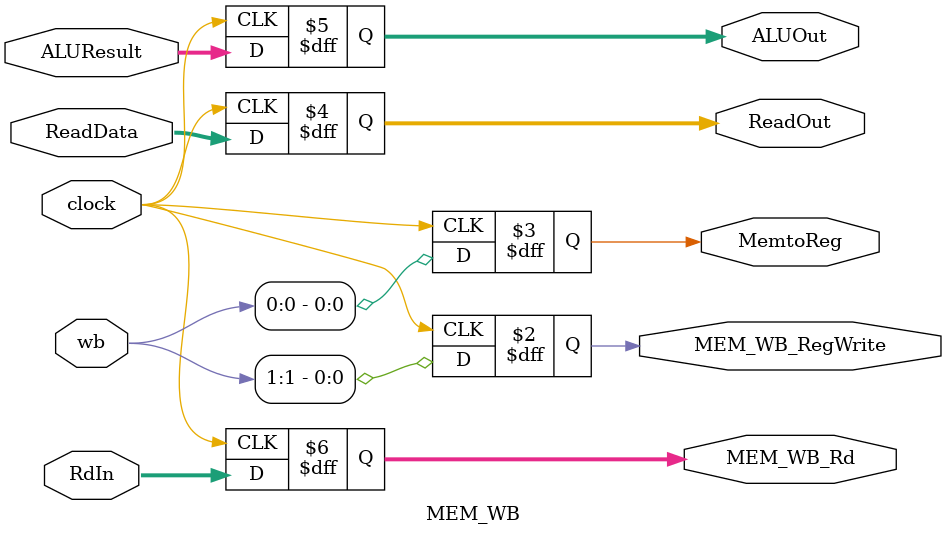
<source format=v>
`timescale 1ns / 1ps

module InstMem(
    input [31:0] PC,
    output [31:0] inst
    );

    reg [31:0] memory[0:31]; //Registers is a 32 bits array
    assign inst = memory[PC[6:2]];
    
    initial begin
        memory[0] = 32'b00100000000010000000000000100000; //addi $t0, $zero, 0x20
        memory[1] = 32'b00100000000010010000000000110111; //addi $t1, $zero, 0x37
        memory[2] = 32'b00000001000010011000000000100100; //and $s0, $t0, $t1
        memory[3] = 32'b00000001000010011000000000100101; //or $s0, $t0, $t1
        memory[4] = 32'b10101100000100000000000000000100; //sw $s0, 4($zero)
        memory[5] = 32'b10101100000010000000000000001000; //sw $t0, 8($zero)
        memory[6] = 32'b00000001000010011000100000100000; //add $s1, $t0, $t1
        memory[7] = 32'b00000001000010011001000000100010; //sub $s2, $t0, $t1
        memory[8] = 32'b00010010001100100000000000001001; //beq $s1, $s2, error0
        memory[9] = 32'b10001100000100010000000000000100; //lw $s1, 4($zero)
        memory[10]= 32'b00110010001100100000000001001000; //andi $s2, $s1, 0x48
        memory[11] =32'b00010010001100100000000000001001; //beq $s1, $s2, error1
        memory[12] =32'b10001100000100110000000000001000; //lw $s3, 8($zero)
        memory[13] =32'b00010010000100110000000000001010; //beq $s0, $s3, error2
        memory[14] =32'b00000010010100011010000000101010; //slt $s4, $s2, $s1 (Last)
        memory[15] =32'b00010010100000000000000000001111; //beq $s4, $0, EXIT
        memory[16] =32'b00000010001000001001000000100000; //add $s2, $s1, $0
        memory[17] =32'b00001000000000000000000000001110; //j Last
        memory[18] =32'b00100000000010000000000000000000; //addi $t0, $0, 0(error0)
        memory[19] =32'b00100000000010010000000000000000; //addi $t1, $0, 0
        memory[20] =32'b00001000000000000000000000011111; //j EXIT
        memory[21] =32'b00100000000010000000000000000001; //addi $t0, $0, 1(error1)
        memory[22] =32'b00100000000010010000000000000001; //addi $t1, $0, 1
        memory[23] =32'b00001000000000000000000000011111; //j EXIT
        memory[24] =32'b00100000000010000000000000000010; //addi $t0, $0, 2(error2)
        memory[25] =32'b00100000000010010000000000000010; //addi $t1, $0, 2
        memory[26] =32'b00001000000000000000000000011111; //j EXIT
        memory[27] =32'b00100000000010000000000000000011; //addi $t0, $0, 3(error3)
        memory[28] =32'b00100000000010010000000000000011; //addi $t1, $0, 3
        memory[29] =32'b00001000000000000000000000011111; //j EXIT
        memory[30] =32'b0;
        memory[31] =32'b0;
    end

endmodule


module IF_ID(
    input clock, IF_IDwrite, IF_flush,
    input [31:0] PCin, instruction,
    output reg [31:0] PCout,
    output wire [25:0] raJump,
    output wire [3:0] PC4,
    output wire [5:0] ControlIn,
    output wire [4:0] IF_ID_Rs, IF_ID_Rt, IF_ID_Rd,
    output wire [15:0] Immi
    );

    reg [31:0] IF_ID_Reg, PC_Reg; //assign PCout = PC_Reg;
    assign raJump = IF_ID_Reg[25:0];
    assign PC4 = PCout[31:28];
    assign ControlIn = IF_ID_Reg[31:26];
    assign IF_ID_Rs = IF_ID_Reg[25:21];
    assign IF_ID_Rt = IF_ID_Reg[20:16];
    assign IF_ID_Rd = IF_ID_Reg[15:11];
    assign Immi = IF_ID_Reg[15:0];

    always @ (posedge clock) begin
        if (IF_IDwrite) begin
            PCout <= PCin;
            IF_ID_Reg <= instruction;
            if (IF_flush == 1) begin
                IF_ID_Reg <= 32'b0;
                PCout <= 32'b0;
            end/*
            else begin
                PCout <= PCin;
                IF_ID_Reg <= instruction;
            end*/
        end
    end

endmodule


module PCReg(
    input clock, rst, PCWrite,
    input [31:0] PCin,
    output wire [31:0] PCout
    );
    reg [31:0] newPC;
    assign PCout = newPC;

    always @(posedge rst) begin
        newPC = 32'b0;
    end
  
    always @(posedge clock) begin
        if (PCWrite) newPC = PCin;
    end
endmodule


module RegFile(
    input clock, RegWrite,
    input [31:0] WriteData, PCaddress, 
    input [4:0] ReadReg1, ReadReg2, WriteReg,
    output wire [31:0] ReadData1, ReadData2
    //output reg [31:0] Registers [0:31]
    );

    reg [31:0] Registers [0:31]; //Registers is a 32 bits array
    assign ReadData1 = Registers[ReadReg1];
    assign ReadData2 = Registers[ReadReg2];

    initial begin  // initialize registers to 0.
        Registers[0] = 32'b0; 
        Registers[1] = 32'b0; Registers[2] = 32'b0; Registers[3] = 32'b0;
        Registers[4] = 32'b0; Registers[5] = 32'b0; Registers[6] = 32'b0;
        Registers[7] = 32'b0; Registers[8] = 32'b0; Registers[9] = 32'b0;
        Registers[10] = 32'b0;
        Registers[11] = 32'b0; Registers[12] = 32'b0; Registers[13] = 32'b0;
        Registers[14] = 32'b0; Registers[15] = 32'b0; Registers[16] = 32'b0;
        Registers[17] = 32'b0; Registers[18] = 32'b0; Registers[19] = 32'b0;
        Registers[20] = 32'b0;
        Registers[21] = 32'b0; Registers[22] = 32'b0; Registers[23] = 32'b0;
        Registers[24] = 32'b0; Registers[25] = 32'b0; Registers[26] = 32'b0;
        Registers[27] = 32'b0; Registers[28] = 32'b0; Registers[29] = 32'b0;
        Registers[30] = 32'b0; Registers[31] = 32'b0;

    end
    
    always @ (posedge clock) begin
        Registers[31] <= PCaddress;
        if (RegWrite == 1)
            Registers[WriteReg] <= WriteData;
    end
    
endmodule


module ID_EX(
    input clock,
    input [7:0] IdEx_Control,
    input [31:0] ReadIn1, ReadIn2, SignIn,
    input [4:0] RsIn, RtIn, RdIn, 
    output reg [3:0] WB_MEM,
    output reg [1:0] ALUOp,
    output reg ID_EX_MemRead, RegDst, ALUSrc,
    output reg [31:0] ReadOut1, ReadOut2, SignOut,
    output reg [5:0] funct,  // to ALUControl
    output reg [4:0] ID_EX_Rs, ID_EX_Rt, ID_EX_Rd
    );

    always @ (posedge clock) begin
        WB_MEM <= IdEx_Control[7:4];
        ID_EX_MemRead <= IdEx_Control[5];
        RegDst <= IdEx_Control[3];
        ALUOp <= IdEx_Control[2:1];
        ALUSrc <= IdEx_Control[0];
        ReadOut1 <= ReadIn1;
        ReadOut2 <= ReadIn2;
        SignOut <= SignIn;
        funct <= SignIn[5:0];
        ID_EX_Rs <= RsIn;
        ID_EX_Rt <= RtIn;
        ID_EX_Rd <= RdIn; 
    end

endmodule


module EX_MEM(
    input clock,
    input [3:0] memwb,
    input [31:0] ALUResult, wDataIn, 
    input [4:0] RdIn,
    output reg [1:0] wb,
    output reg EX_MEM_RegWrite, MemRead, MemWrite,
    output reg [31:0] Address, wDataOut,
    output reg [4:0] EX_MEM_Rd
    );

    always @ (posedge clock) begin
        wb <= memwb[3:2];
        EX_MEM_RegWrite <= memwb[3];
        MemRead <= memwb[1];
        MemWrite <= memwb[0];
        Address <= ALUResult;
        wDataOut <= wDataIn;
        EX_MEM_Rd <= RdIn;
    end

endmodule


module DataMem(
    input clock, MemWrite, MemRead, 
    input [31:0] Address, WriteData,
    output [31:0] ReadData
    );

    reg [31:0] Registers [0:31]; //Registers is a 32 bits array
    reg [4:0] addr = 5'b11111;
    assign ReadData = Registers[addr];

    initial begin  // initialize registers to 0.
        Registers[0] = 32'b0; 
        Registers[1] = 32'b0; Registers[2] = 32'b10; Registers[3] = 32'b11;
        Registers[4] = 32'b0; Registers[5] = 32'b0; Registers[6] = 32'b0;
        Registers[7] = 32'b111; Registers[8] = 32'b0; Registers[9] = 32'b0;
        Registers[10] = 32'b0;
        Registers[11] = 32'b0; Registers[12] = 32'b0; Registers[13] = 32'b0;
        Registers[14] = 32'b0; Registers[15] = 32'b0; Registers[16] = 32'b0;
        Registers[17] = 32'b0; Registers[18] = 32'b0; Registers[19] = 32'b0;
        Registers[20] = 32'b0;
        Registers[21] = 32'b0; Registers[22] = 32'b0; Registers[23] = 32'b0;
        Registers[24] = 32'b0; Registers[25] = 32'b0; Registers[26] = 32'b0;
        Registers[27] = 32'b0; Registers[28] = 32'b0; Registers[29] = 32'b0;
        Registers[30] = 32'b0; Registers[31] = 32'bz;

    end
    
    always @ (posedge clock) begin
        if (MemWrite == 1)
            Registers[Address[6:2]] <= WriteData;
    end

    always @ (negedge clock) begin
        if (MemRead == 1)
            addr <= Address[6:2];
        else
            addr <= 5'b11111;
    end


endmodule

module MEM_WB(
    input clock,
    input [1:0] wb,
    input [31:0] ReadData, ALUResult,
    input [4:0] RdIn,
    output reg MEM_WB_RegWrite, MemtoReg,
    output reg [31:0] ReadOut, ALUOut,
    output reg [4:0] MEM_WB_Rd
    );

    always @ (posedge clock) begin
        MEM_WB_RegWrite <= wb[1];
        MemtoReg <= wb[0];
        ReadOut <= ReadData;
        ALUOut <= ALUResult; 
        MEM_WB_Rd <= RdIn;
    end

endmodule









</source>
